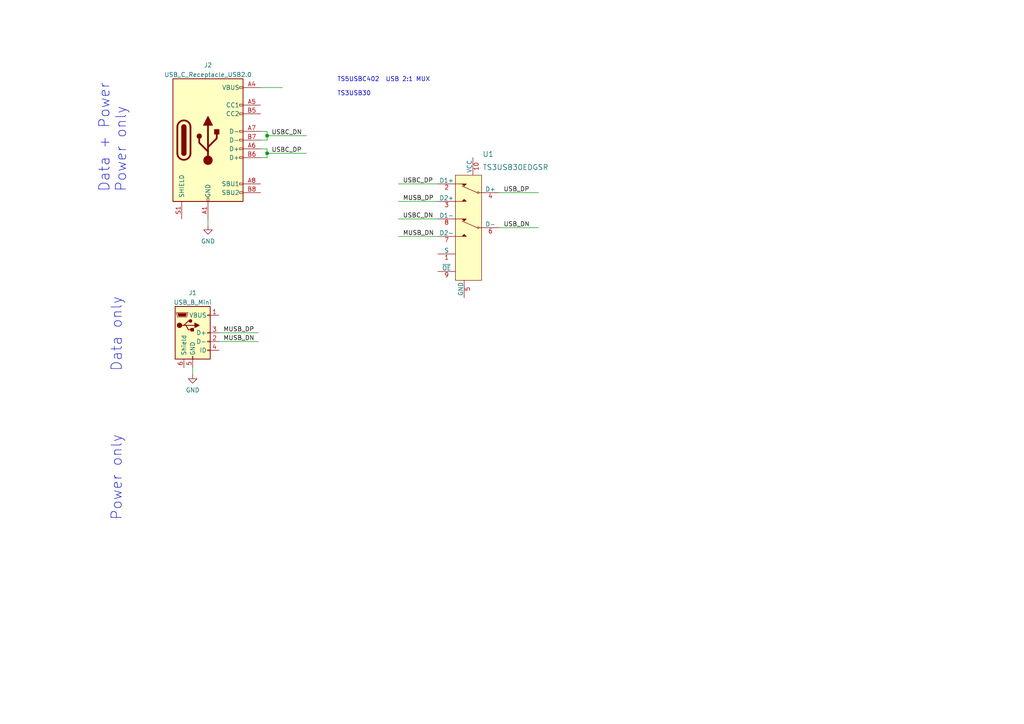
<source format=kicad_sch>
(kicad_sch (version 20211123) (generator eeschema)
  (paper "A4")
  (lib_symbols
    (symbol "Connector:USB_B_Mini" (pin_names (offset 1.016))
      (property "Reference" "J" (at -5.08 11.43 0))
      (property "Value" "USB_B_Mini" (at -5.08 8.89 0))
      (symbol "USB_B_Mini_0_1"
        (rectangle (start -5.08 -7.62) (end 5.08 7.62) (stroke (width 0.254)) (fill (type background)))
        (circle (center -3.81 2.159) (radius 0.635) (stroke (width 0.254)) (fill (type outline)))
        (circle (center -0.635 3.429) (radius 0.381) (stroke (width 0.254)) (fill (type outline)))
        (rectangle (start -0.127 -7.62) (end 0.127 -6.858))
        (polyline (pts (xy -1.905 2.159) (xy 0.635 2.159)) (stroke (width 0.254)))
        (polyline (pts (xy -3.175 2.159) (xy -2.54 2.159) (xy -1.27 3.429) (xy -0.635 3.429)) (stroke (width 0.254)))
        (polyline (pts (xy -2.54 2.159) (xy -1.905 2.159) (xy -1.27 0.889) (xy 0 0.889)) (stroke (width 0.254)))
        (polyline (pts (xy 0.635 2.794) (xy 0.635 1.524) (xy 1.905 2.159) (xy 0.635 2.794)) (stroke (width 0.254)) (fill (type outline)))
        (polyline (pts (xy -4.318 5.588) (xy -1.778 5.588) (xy -2.032 4.826) (xy -4.064 4.826) (xy -4.318 5.588)) (fill (type outline)))
        (polyline (pts (xy -4.699 5.842) (xy -4.699 5.588) (xy -4.445 4.826) (xy -4.445 4.572) (xy -1.651 4.572) (xy -1.651 4.826) (xy -1.397 5.588) (xy -1.397 5.842) (xy -4.699 5.842)))
        (rectangle (start 0.254 1.27) (end -0.508 0.508) (stroke (width 0.254)) (fill (type outline)))
        (rectangle (start 5.08 -5.207) (end 4.318 -4.953))
        (rectangle (start 5.08 -2.667) (end 4.318 -2.413))
        (rectangle (start 5.08 -0.127) (end 4.318 0.127))
        (rectangle (start 5.08 4.953) (end 4.318 5.207))
      )
      (symbol "USB_B_Mini_1_1"
        (pin power_out line (at 7.62 5.08 180) (length 2.54) (name "VBUS") (number "1"))
        (pin bidirectional line (at 7.62 -2.54 180) (length 2.54) (name "D-") (number "2"))
        (pin bidirectional line (at 7.62 0 180) (length 2.54) (name "D+") (number "3"))
        (pin passive line (at 7.62 -5.08 180) (length 2.54) (name "ID") (number "4"))
        (pin power_out line (at 0 -10.16 90) (length 2.54) (name "GND") (number "5"))
        (pin passive line (at -2.54 -10.16 90) (length 2.54) (name "Shield") (number "6"))
      )
    )
    (symbol "Connector:USB_C_Receptacle_USB2.0" (pin_names (offset 1.016))
      (property "Reference" "J" (at -10.16 19.05 0))
      (property "Value" "USB_C_Receptacle_USB2.0" (at 19.05 19.05 0))
      (symbol "USB_C_Receptacle_USB2.0_0_0"
        (rectangle (start -0.254 -17.78) (end 0.254 -16.764))
        (rectangle (start 10.16 -14.986) (end 9.144 -15.494))
        (rectangle (start 10.16 -12.446) (end 9.144 -12.954))
        (rectangle (start 10.16 -4.826) (end 9.144 -5.334))
        (rectangle (start 10.16 -2.286) (end 9.144 -2.794))
        (rectangle (start 10.16 0.254) (end 9.144 -0.254))
        (rectangle (start 10.16 2.794) (end 9.144 2.286))
        (rectangle (start 10.16 7.874) (end 9.144 7.366))
        (rectangle (start 10.16 10.414) (end 9.144 9.906))
        (rectangle (start 10.16 15.494) (end 9.144 14.986))
      )
      (symbol "USB_C_Receptacle_USB2.0_0_1"
        (rectangle (start -10.16 17.78) (end 10.16 -17.78) (stroke (width 0.254)) (fill (type background)))
        (arc (start -8.89 -3.81) (mid -6.985 -5.715) (end -5.08 -3.81) (stroke (width 0.508)))
        (arc (start -7.62 -3.81) (mid -6.985 -4.445) (end -6.35 -3.81) (stroke (width 0.254)))
        (arc (start -7.62 -3.81) (mid -6.985 -4.445) (end -6.35 -3.81) (stroke (width 0.254)) (fill (type outline)))
        (rectangle (start -7.62 -3.81) (end -6.35 3.81) (stroke (width 0.254)) (fill (type outline)))
        (arc (start -6.35 3.81) (mid -6.985 4.445) (end -7.62 3.81) (stroke (width 0.254)))
        (arc (start -6.35 3.81) (mid -6.985 4.445) (end -7.62 3.81) (stroke (width 0.254)) (fill (type outline)))
        (arc (start -5.08 3.81) (mid -6.985 5.715) (end -8.89 3.81) (stroke (width 0.508)))
        (circle (center -2.54 1.143) (radius 0.635) (stroke (width 0.254)) (fill (type outline)))
        (circle (center 0 -5.842) (radius 1.27) (fill (type outline)))
        (polyline (pts (xy -8.89 -3.81) (xy -8.89 3.81)) (stroke (width 0.508)))
        (polyline (pts (xy -5.08 3.81) (xy -5.08 -3.81)) (stroke (width 0.508)))
        (polyline (pts (xy 0 -5.842) (xy 0 4.318)) (stroke (width 0.508)))
        (polyline (pts (xy 0 -3.302) (xy -2.54 -0.762) (xy -2.54 0.508)) (stroke (width 0.508)))
        (polyline (pts (xy 0 -2.032) (xy 2.54 0.508) (xy 2.54 1.778)) (stroke (width 0.508)))
        (polyline (pts (xy -1.27 4.318) (xy 0 6.858) (xy 1.27 4.318) (xy -1.27 4.318)) (stroke (width 0.254)) (fill (type outline)))
        (rectangle (start 1.905 1.778) (end 3.175 3.048) (stroke (width 0.254)) (fill (type outline)))
      )
      (symbol "USB_C_Receptacle_USB2.0_1_1"
        (pin passive line (at 0 -22.86 90) (length 5.08) (name "GND") (number "A1"))
        (pin passive line (at 0 -22.86 90) (length 5.08) hide (name "GND") (number "A12"))
        (pin passive line (at 15.24 15.24 180) (length 5.08) (name "VBUS") (number "A4"))
        (pin bidirectional line (at 15.24 10.16 180) (length 5.08) (name "CC1") (number "A5"))
        (pin bidirectional line (at 15.24 -2.54 180) (length 5.08) (name "D+") (number "A6"))
        (pin bidirectional line (at 15.24 2.54 180) (length 5.08) (name "D-") (number "A7"))
        (pin bidirectional line (at 15.24 -12.7 180) (length 5.08) (name "SBU1") (number "A8"))
        (pin passive line (at 15.24 15.24 180) (length 5.08) hide (name "VBUS") (number "A9"))
        (pin passive line (at 0 -22.86 90) (length 5.08) hide (name "GND") (number "B1"))
        (pin passive line (at 0 -22.86 90) (length 5.08) hide (name "GND") (number "B12"))
        (pin passive line (at 15.24 15.24 180) (length 5.08) hide (name "VBUS") (number "B4"))
        (pin bidirectional line (at 15.24 7.62 180) (length 5.08) (name "CC2") (number "B5"))
        (pin bidirectional line (at 15.24 -5.08 180) (length 5.08) (name "D+") (number "B6"))
        (pin bidirectional line (at 15.24 0 180) (length 5.08) (name "D-") (number "B7"))
        (pin bidirectional line (at 15.24 -15.24 180) (length 5.08) (name "SBU2") (number "B8"))
        (pin passive line (at 15.24 15.24 180) (length 5.08) hide (name "VBUS") (number "B9"))
        (pin passive line (at -7.62 -22.86 90) (length 5.08) (name "SHIELD") (number "S1"))
      )
    )
    (symbol "dk_Interface-Analog-Switches-Special-Purpose:TS3USB30EDGSR" (pin_names (offset 0))
      (property "Reference" "U" (at -2.54 16.764 0))
      (property "Value" "TS3USB30EDGSR" (at 0.508 -16.256 0))
      (symbol "TS3USB30EDGSR_0_1"
        (rectangle (start -3.81 15.494) (end 3.81 -14.986) (fill (type background)))
        (polyline (pts (xy -3.81 -2.286) (xy -2.54 -2.286)))
        (polyline (pts (xy -3.81 7.874) (xy -2.54 7.874)))
        (polyline (pts (xy -2.54 2.794) (xy -3.81 2.794)))
        (polyline (pts (xy -2.54 12.954) (xy -3.81 12.954)))
        (polyline (pts (xy -1.905 2.159) (xy 2.54 0.254)))
        (polyline (pts (xy -1.905 12.319) (xy 2.54 10.414)))
        (polyline (pts (xy 3.048 0.254) (xy 3.81 0.254)))
        (polyline (pts (xy 3.048 10.414) (xy 3.81 10.414)))
        (polyline (pts (xy -2.54 -2.286) (xy -0.635 -2.286) (xy -1.27 -1.651) (xy -1.905 -2.286)) (fill (type outline)))
        (polyline (pts (xy -2.54 2.794) (xy -0.635 2.794) (xy -1.27 2.159) (xy -1.905 2.794)) (fill (type outline)))
        (polyline (pts (xy -2.54 7.874) (xy -0.635 7.874) (xy -1.27 8.509) (xy -1.905 7.874)) (fill (type outline)))
        (polyline (pts (xy -2.54 12.954) (xy -0.635 12.954) (xy -1.27 12.319) (xy -1.905 12.954)) (fill (type outline)))
        (circle (center 2.794 0.254) (radius 0.254))
        (circle (center 2.794 10.414) (radius 0.254))
      )
      (symbol "TS3USB30EDGSR_1_1"
        (pin input line (at -8.89 -7.366 0) (length 5.08) (name "S") (number "1"))
        (pin power_in line (at 1.27 20.574 270) (length 5.08) (name "VCC") (number "10"))
        (pin bidirectional line (at -8.89 12.954 0) (length 5.08) (name "D1+") (number "2"))
        (pin bidirectional line (at -8.89 7.874 0) (length 5.08) (name "D2+") (number "3"))
        (pin bidirectional line (at 8.89 10.414 180) (length 5.08) (name "D+") (number "4"))
        (pin power_in line (at -1.27 -20.066 90) (length 5.08) (name "GND") (number "5"))
        (pin bidirectional line (at 8.89 0.254 180) (length 5.08) (name "D-") (number "6"))
        (pin bidirectional line (at -8.89 -2.286 0) (length 5.08) (name "D2-") (number "7"))
        (pin bidirectional line (at -8.89 2.794 0) (length 5.08) (name "D1-") (number "8"))
        (pin input line (at -8.89 -12.446 0) (length 5.08) (name "~{OE}") (number "9"))
      )
    )
    (symbol "power:GND" (power) (pin_names (offset 0))
      (property "Value" "GND" (at 0 -3.81 0))
      (symbol "GND_0_1"
        (polyline (pts (xy 0 0) (xy 0 -1.27) (xy 1.27 -1.27) (xy 0 -2.54) (xy -1.27 -1.27) (xy 0 -1.27)))
      )
      (symbol "GND_1_1"
        (pin power_in line (at 0 0 270) (length 0) hide (name "GND") (number "1"))
      )
    )
  )
  (junction (at 77.47 39.37))
  (junction (at 77.47 44.45))
  (wire (pts (xy 55.88 106.68) (xy 55.88 108.585)))
  (wire (pts (xy 75.565 38.1) (xy 77.47 38.1)))
  (wire (pts (xy 77.47 43.18) (xy 77.47 44.45)))
  (wire (pts (xy 63.5 99.06) (xy 74.93 99.06)))
  (wire (pts (xy 115.57 68.58) (xy 127 68.58)))
  (wire (pts (xy 144.78 66.04) (xy 156.21 66.04)))
  (wire (pts (xy 63.5 96.52) (xy 74.93 96.52)))
  (wire (pts (xy 75.565 40.64) (xy 77.47 40.64)))
  (wire (pts (xy 77.47 40.64) (xy 77.47 39.37)))
  (wire (pts (xy 75.565 45.72) (xy 77.47 45.72)))
  (wire (pts (xy 75.565 25.4) (xy 81.915 25.4)))
  (wire (pts (xy 115.57 58.42) (xy 127 58.42)))
  (wire (pts (xy 77.47 44.45) (xy 77.47 45.72)))
  (wire (pts (xy 75.565 43.18) (xy 77.47 43.18)))
  (wire (pts (xy 77.47 39.37) (xy 77.47 38.1)))
  (wire (pts (xy 115.57 63.5) (xy 127 63.5)))
  (wire (pts (xy 77.47 44.45) (xy 88.9 44.45)))
  (wire (pts (xy 60.325 63.5) (xy 60.325 65.405)))
  (wire (pts (xy 115.57 53.34) (xy 127 53.34)))
  (wire (pts (xy 77.47 39.37) (xy 88.9 39.37)))
  (wire (pts (xy 144.78 55.88) (xy 156.21 55.88)))
  (text "Data + Power\nPower only" (at 36.83 55.88 90) (effects (font (size 3 3)) (justify left bottom)))
  (text "Power only" (at 35.56 151.13 90) (effects (font (size 3 3)) (justify left bottom)))
  (text "TS5USBC402  USB 2:1 MUX\n\nTS3USB30 " (at 97.79 27.94 0) (effects (font (size 1.27 1.27)) (justify left bottom)))
  (text "Data only" (at 35.56 107.95 90) (effects (font (size 3 3)) (justify left bottom)))
  (label "USBC_DN" (at 116.84 63.5 0))
  (label "MUSB_DP" (at 116.84 58.42 0))
  (label "USBC_DN" (at 78.74 39.37 0))
  (label "USBC_DP" (at 116.84 53.34 0))
  (label "MUSB_DN" (at 64.77 99.06 0))
  (label "MUSB_DN" (at 116.84 68.58 0))
  (label "USBC_DP" (at 78.74 44.45 0))
  (label "USB_DN" (at 146.05 66.04 0))
  (label "MUSB_DP" (at 64.77 96.52 0))
  (label "USB_DP" (at 146.05 55.88 0))
  (symbol (lib_id "dk_Interface-Analog-Switches-Special-Purpose:TS3USB30EDGSR") (at 135.89 66.294 0) (unit 1)
    (property "Reference" "U1" (at 139.9287 44.704 0) (effects (font (size 1.524 1.524)) (justify left)))
    (property "Value" "TS3USB30EDGSR" (at 139.9287 48.514 0) (effects (font (size 1.524 1.524)) (justify left)))
    (property "Footprint" "digikey-footprints:MSOP-10_W3mm" (effects hide))
    (property "Datasheet" "http://www.ti.com/general/docs/suppproductinfo.tsp?distId=10&gotoUrl=http%3A%2F%2Fwww.ti.com%2Flit%2Fgpn%2Fts3usb30e" (effects hide))
    (property "Digi-Key_PN" "296-25495-1-ND" (effects hide))
    (property "MPN" "TS3USB30EDGSR" (effects hide))
    (property "Category" "Integrated Circuits (ICs)" (effects hide))
    (property "Family" "Interface - Analog Switches - Special Purpose" (effects hide))
    (property "DK_Datasheet_Link" "http://www.ti.com/general/docs/suppproductinfo.tsp?distId=10&gotoUrl=http%3A%2F%2Fwww.ti.com%2Flit%2Fgpn%2Fts3usb30e" (effects hide))
    (property "DK_Detail_Page" "/product-detail/en/texas-instruments/TS3USB30EDGSR/296-25495-1-ND/2193089" (effects hide))
    (property "Description" "IC USB SWITCH SGL 1X2 10MSOP" (effects hide))
    (property "Manufacturer" "Texas Instruments" (effects hide))
    (property "Status" "Active" (effects hide))
  )
  (symbol (lib_id "Connector:USB_C_Receptacle_USB2.0") (at 60.325 40.64 0) (unit 1)
    (property "Reference" "J2" (at 60.325 18.8935 0))
    (property "Value" "USB_C_Receptacle_USB2.0" (at 60.325 21.6686 0))
    (property "Footprint" "Connector_USB:USB_C_Receptacle_XKB_U262-16XN-4BVC11" (effects hide))
    (property "Datasheet" "https://www.usb.org/sites/default/files/documents/usb_type-c.zip" (effects hide))
  )
  (symbol (lib_id "power:GND") (at 55.88 108.585 0) (unit 1)
    (property "Reference" "#PWR0101" (effects hide))
    (property "Value" "GND" (at 55.88 113.1475 0))
  )
  (symbol (lib_id "Connector:USB_B_Mini") (at 55.88 96.52 0) (unit 1)
    (property "Reference" "J1" (at 55.88 84.9335 0))
    (property "Value" "USB_B_Mini" (at 55.88 87.7086 0))
    (property "Footprint" "Connector_USB:USB_Mini-B_Wuerth_65100516121_Horizontal" (effects hide))
  )
  (symbol (lib_id "power:GND") (at 60.325 65.405 0) (unit 1)
    (property "Reference" "#PWR0102" (effects hide))
    (property "Value" "GND" (at 60.325 69.9675 0))
  )
)
</source>
